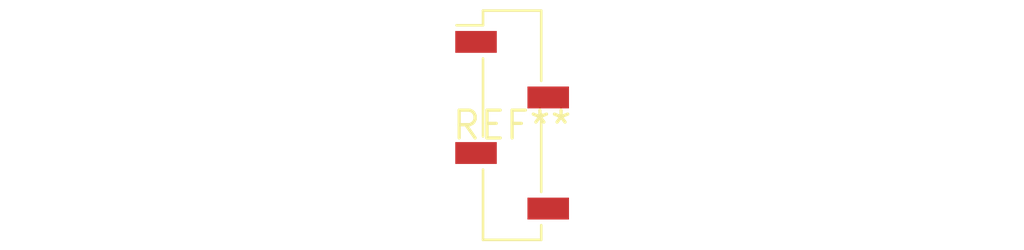
<source format=kicad_pcb>
(kicad_pcb (version 20240108) (generator pcbnew)
  (layers (0 "F.Cu" signal) (31 "B.Cu" signal) (34 "B.Paste" user) (35 "F.Paste" user) (36 "B.SilkS" user "B.Silkscreen") (37 "F.SilkS" user "F.Silkscreen") (38 "B.Mask" user) (39 "F.Mask" user) (44 "Edge.Cuts" user))
  (net 0 "")
  (footprint "PinSocket_1x04_P2.54mm_Vertical_SMD_Pin1Left" (layer "F.Cu") (at 0 0)
    (property "Reference" "REF**")
    (property "Value" "PinSocket_1x04_P2.54mm_Vertical_SMD_Pin1Left")
    (fp_line (start -2.54 -4.57) (end -1.33 -4.57) (layer "F.SilkS") (stroke (width 0.12)))
    (fp_line (start -1.33 -5.24) (end -1.33 -4.57) (layer "F.SilkS") (stroke (width 0.12)))
    (fp_line (start -1.33 -5.24) (end 1.33 -5.24) (layer "F.SilkS") (stroke (width 0.12)))
    (fp_line (start -1.33 -3.05) (end -1.33 0.51) (layer "F.SilkS") (stroke (width 0.12)))
    (fp_line (start -1.33 2.03) (end -1.33 5.24) (layer "F.SilkS") (stroke (width 0.12)))
    (fp_line (start -1.33 5.24) (end 1.33 5.24) (layer "F.SilkS") (stroke (width 0.12)))
    (fp_line (start 1.33 -5.24) (end 1.33 -2.03) (layer "F.SilkS") (stroke (width 0.12)))
    (fp_line (start 1.33 -0.51) (end 1.33 3.05) (layer "F.SilkS") (stroke (width 0.12)))
    (fp_line (start 1.33 4.57) (end 1.33 5.24) (layer "F.SilkS") (stroke (width 0.12)))
    (pad "1" smd rect (at -1.65 -3.81) (size 1.9 1) (layers "F.Cu" "F.Paste" "F.Mask"))
    (pad "2" smd rect (at 1.65 -1.27) (size 1.9 1) (layers "F.Cu" "F.Paste" "F.Mask"))
    (pad "3" smd rect (at -1.65 1.27) (size 1.9 1) (layers "F.Cu" "F.Paste" "F.Mask"))
    (pad "4" smd rect (at 1.65 3.81) (size 1.9 1) (layers "F.Cu" "F.Paste" "F.Mask"))
  )
)
</source>
